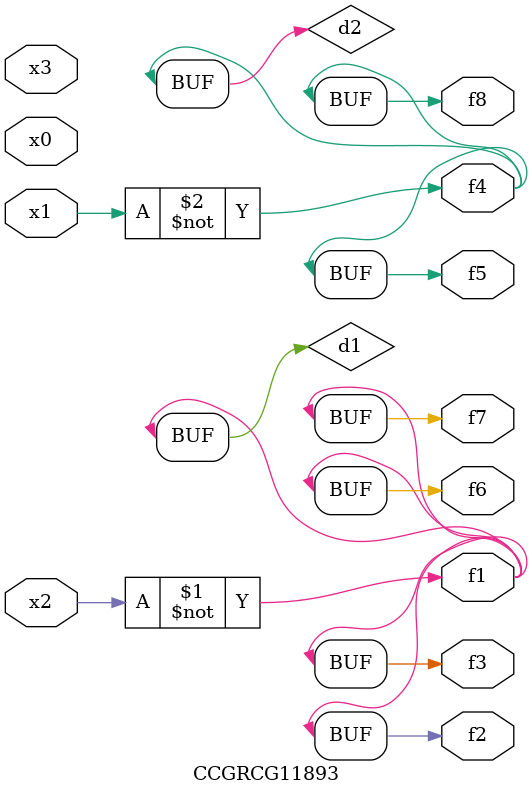
<source format=v>
module CCGRCG11893(
	input x0, x1, x2, x3,
	output f1, f2, f3, f4, f5, f6, f7, f8
);

	wire d1, d2;

	xnor (d1, x2);
	not (d2, x1);
	assign f1 = d1;
	assign f2 = d1;
	assign f3 = d1;
	assign f4 = d2;
	assign f5 = d2;
	assign f6 = d1;
	assign f7 = d1;
	assign f8 = d2;
endmodule

</source>
